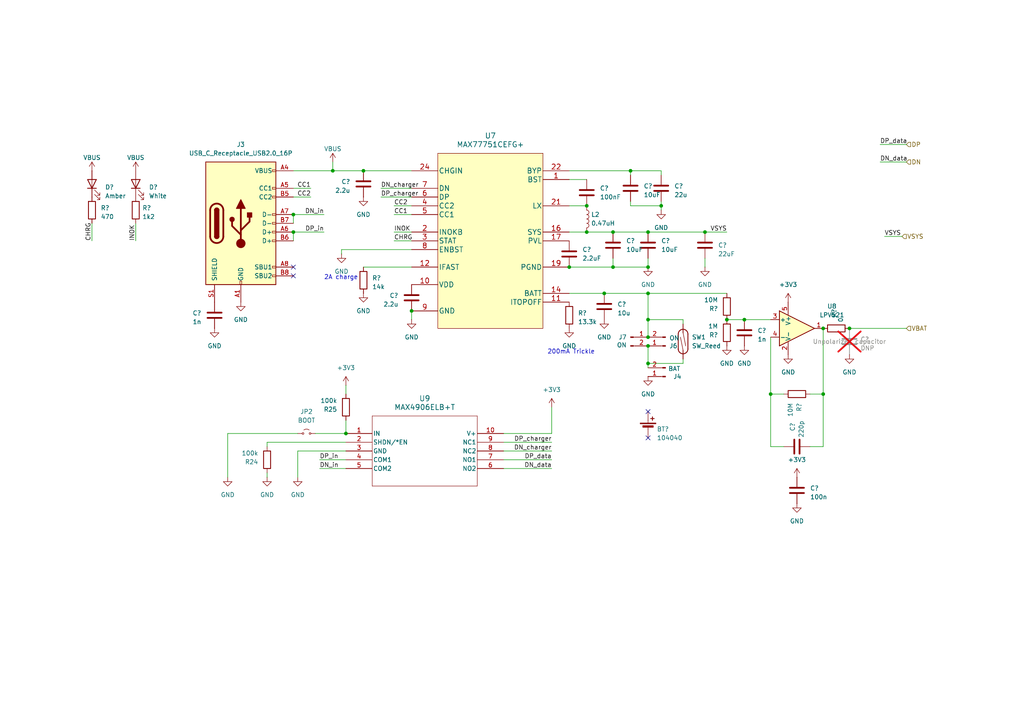
<source format=kicad_sch>
(kicad_sch (version 20250114) (generator "eeschema") (generator_version "9.0")
  (paper "A4")
  (lib_symbols
    (symbol "Connector:Conn_01x02_Pin" (pin_names (offset 1.016) (hide yes))
      (property "Reference" "J" (at 0 2.54 0))
      (property "Value" "Conn_01x02_Pin" (at 0 -5.08 0))
      (symbol "Conn_01x02_Pin_1_1"
        (rectangle (start 0.8636 0.127) (end 0 -0.127) (stroke (width 0.1524)) (fill (type outline)))
        (rectangle (start 0.8636 -2.413) (end 0 -2.667) (stroke (width 0.1524)) (fill (type outline)))
        (polyline (pts (xy 1.27 0) (xy 0.8636 0)) (stroke (width 0.1524)))
        (polyline (pts (xy 1.27 -2.54) (xy 0.8636 -2.54)) (stroke (width 0.1524)))
        (pin passive line (at 5.08 0 180) (length 3.81) (name "Pin_1") (number "1"))
        (pin passive line (at 5.08 -2.54 180) (length 3.81) (name "Pin_2") (number "2"))
      )
    )
    (symbol "Connector:USB_C_Receptacle_USB2.0_16P" (pin_names (offset 1.016))
      (property "Reference" "J" (at 0 22.225 0))
      (property "Value" "USB_C_Receptacle_USB2.0_16P" (at 0 19.685 0))
      (symbol "USB_C_Receptacle_USB2.0_16P_0_0"
        (rectangle (start -0.254 -17.78) (end 0.254 -16.764))
        (rectangle (start 10.16 15.494) (end 9.144 14.986))
        (rectangle (start 10.16 10.414) (end 9.144 9.906))
        (rectangle (start 10.16 7.874) (end 9.144 7.366))
        (rectangle (start 10.16 2.794) (end 9.144 2.286))
        (rectangle (start 10.16 0.254) (end 9.144 -0.254))
        (rectangle (start 10.16 -2.286) (end 9.144 -2.794))
        (rectangle (start 10.16 -4.826) (end 9.144 -5.334))
        (rectangle (start 10.16 -12.446) (end 9.144 -12.954))
        (rectangle (start 10.16 -14.986) (end 9.144 -15.494))
      )
      (symbol "USB_C_Receptacle_USB2.0_16P_0_1"
        (rectangle (start -10.16 17.78) (end 10.16 -17.78) (stroke (width 0.254)) (fill (type background)))
        (polyline (pts (xy -8.89 -3.81) (xy -8.89 3.81)) (stroke (width 0.508)))
        (rectangle (start -7.62 -3.81) (end -6.35 3.81) (stroke (width 0.254)) (fill (type outline)))
        (arc (start -7.62 3.81) (mid -6.985 4.4423) (end -6.35 3.81) (stroke (width 0.254)))
        (arc (start -7.62 3.81) (mid -6.985 4.4423) (end -6.35 3.81) (stroke (width 0.254)) (fill (type outline)))
        (arc (start -8.89 3.81) (mid -6.985 5.7067) (end -5.08 3.81) (stroke (width 0.508)))
        (arc (start -5.08 -3.81) (mid -6.985 -5.7067) (end -8.89 -3.81) (stroke (width 0.508)))
        (arc (start -6.35 -3.81) (mid -6.985 -4.4423) (end -7.62 -3.81) (stroke (width 0.254)))
        (arc (start -6.35 -3.81) (mid -6.985 -4.4423) (end -7.62 -3.81) (stroke (width 0.254)) (fill (type outline)))
        (polyline (pts (xy -5.08 3.81) (xy -5.08 -3.81)) (stroke (width 0.508)))
        (circle (center -2.54 1.143) (radius 0.635) (stroke (width 0.254)) (fill (type outline)))
        (polyline (pts (xy -1.27 4.318) (xy 0 6.858) (xy 1.27 4.318) (xy -1.27 4.318)) (stroke (width 0.254)) (fill (type outline)))
        (polyline (pts (xy 0 -2.032) (xy 2.54 0.508) (xy 2.54 1.778)) (stroke (width 0.508)))
        (polyline (pts (xy 0 -3.302) (xy -2.54 -0.762) (xy -2.54 0.508)) (stroke (width 0.508)))
        (polyline (pts (xy 0 -5.842) (xy 0 4.318)) (stroke (width 0.508)))
        (circle (center 0 -5.842) (radius 1.27) (fill (type outline)))
        (rectangle (start 1.905 1.778) (end 3.175 3.048) (stroke (width 0.254)) (fill (type outline)))
      )
      (symbol "USB_C_Receptacle_USB2.0_16P_1_1"
        (pin passive line (at -7.62 -22.86 90) (length 5.08) (name "SHIELD") (number "S1"))
        (pin passive line (at 0 -22.86 90) (length 5.08) (name "GND") (number "A1"))
        (pin passive line (at 0 -22.86 90) (length 5.08) (hide yes) (name "GND") (number "A12"))
        (pin passive line (at 0 -22.86 90) (length 5.08) (hide yes) (name "GND") (number "B1"))
        (pin passive line (at 0 -22.86 90) (length 5.08) (hide yes) (name "GND") (number "B12"))
        (pin passive line (at 15.24 15.24 180) (length 5.08) (name "VBUS") (number "A4"))
        (pin passive line (at 15.24 15.24 180) (length 5.08) (hide yes) (name "VBUS") (number "A9"))
        (pin passive line (at 15.24 15.24 180) (length 5.08) (hide yes) (name "VBUS") (number "B4"))
        (pin passive line (at 15.24 15.24 180) (length 5.08) (hide yes) (name "VBUS") (number "B9"))
        (pin bidirectional line (at 15.24 10.16 180) (length 5.08) (name "CC1") (number "A5"))
        (pin bidirectional line (at 15.24 7.62 180) (length 5.08) (name "CC2") (number "B5"))
        (pin bidirectional line (at 15.24 2.54 180) (length 5.08) (name "D-") (number "A7"))
        (pin bidirectional line (at 15.24 0 180) (length 5.08) (name "D-") (number "B7"))
        (pin bidirectional line (at 15.24 -2.54 180) (length 5.08) (name "D+") (number "A6"))
        (pin bidirectional line (at 15.24 -5.08 180) (length 5.08) (name "D+") (number "B6"))
        (pin bidirectional line (at 15.24 -12.7 180) (length 5.08) (name "SBU1") (number "A8"))
        (pin bidirectional line (at 15.24 -15.24 180) (length 5.08) (name "SBU2") (number "B8"))
      )
    )
    (symbol "Device:Battery_Cell" (pin_numbers (hide yes)) (pin_names (offset 0) (hide yes))
      (property "Reference" "BT" (at 2.54 2.54 0))
      (property "Value" "Battery_Cell" (at 2.54 0 0))
      (symbol "Battery_Cell_0_1"
        (rectangle (start -2.286 1.778) (end 2.286 1.524) (fill (type outline)))
        (rectangle (start -1.524 1.016) (end 1.524 0.508) (fill (type outline)))
        (polyline (pts (xy 0 1.778) (xy 0 2.54)))
        (polyline (pts (xy 0 0.762) (xy 0 0)))
        (polyline (pts (xy 0.762 3.048) (xy 1.778 3.048)) (stroke (width 0.254)))
        (polyline (pts (xy 1.27 3.556) (xy 1.27 2.54)) (stroke (width 0.254)))
      )
      (symbol "Battery_Cell_1_1"
        (pin passive line (at 0 5.08 270) (length 2.54) (name "+") (number "1"))
        (pin passive line (at 0 -2.54 90) (length 2.54) (name "-") (number "2"))
      )
    )
    (symbol "Device:C" (pin_numbers (hide yes)) (pin_names (offset 0.254))
      (property "Reference" "C" (at 0.635 2.54 0))
      (property "Value" "C" (at 0.635 -2.54 0))
      (symbol "C_0_1"
        (polyline (pts (xy -2.032 0.762) (xy 2.032 0.762)) (stroke (width 0.508)))
        (polyline (pts (xy -2.032 -0.762) (xy 2.032 -0.762)) (stroke (width 0.508)))
      )
      (symbol "C_1_1"
        (pin passive line (at 0 3.81 270) (length 2.794) (name "~") (number "1"))
        (pin passive line (at 0 -3.81 90) (length 2.794) (name "~") (number "2"))
      )
    )
    (symbol "Device:L" (pin_numbers (hide yes)) (pin_names (offset 1.016) (hide yes))
      (property "Reference" "L" (at -1.27 0 90))
      (property "Value" "L" (at 1.905 0 90))
      (symbol "L_0_1"
        (arc (start 0 2.54) (mid 0.6323 1.905) (end 0 1.27))
        (arc (start 0 1.27) (mid 0.6323 0.635) (end 0 0))
        (arc (start 0 0) (mid 0.6323 -0.635) (end 0 -1.27))
        (arc (start 0 -1.27) (mid 0.6323 -1.905) (end 0 -2.54))
      )
      (symbol "L_1_1"
        (pin passive line (at 0 3.81 270) (length 1.27) (name "1") (number "1"))
        (pin passive line (at 0 -3.81 90) (length 1.27) (name "2") (number "2"))
      )
    )
    (symbol "Device:LED" (pin_numbers (hide yes)) (pin_names (offset 1.016) (hide yes))
      (property "Reference" "D" (at 0 2.54 0))
      (property "Value" "LED" (at 0 -2.54 0))
      (symbol "LED_0_1"
        (polyline (pts (xy -3.048 -0.762) (xy -4.572 -2.286) (xy -3.81 -2.286) (xy -4.572 -2.286) (xy -4.572 -1.524)))
        (polyline (pts (xy -1.778 -0.762) (xy -3.302 -2.286) (xy -2.54 -2.286) (xy -3.302 -2.286) (xy -3.302 -1.524)))
        (polyline (pts (xy -1.27 0) (xy 1.27 0)))
        (polyline (pts (xy -1.27 -1.27) (xy -1.27 1.27)) (stroke (width 0.254)))
        (polyline (pts (xy 1.27 -1.27) (xy 1.27 1.27) (xy -1.27 0) (xy 1.27 -1.27)) (stroke (width 0.254)))
      )
      (symbol "LED_1_1"
        (pin passive line (at -3.81 0 0) (length 2.54) (name "K") (number "1"))
        (pin passive line (at 3.81 0 180) (length 2.54) (name "A") (number "2"))
      )
    )
    (symbol "Device:R" (pin_numbers (hide yes)) (pin_names (offset 0))
      (property "Reference" "R" (at 2.032 0 90))
      (property "Value" "R" (at 0 0 90))
      (symbol "R_0_1"
        (rectangle (start -1.016 -2.54) (end 1.016 2.54) (stroke (width 0.254)))
      )
      (symbol "R_1_1"
        (pin passive line (at 0 3.81 270) (length 1.27) (name "~") (number "1"))
        (pin passive line (at 0 -3.81 90) (length 1.27) (name "~") (number "2"))
      )
    )
    (symbol "Jumper:Jumper_2_Small_Open" (pin_numbers (hide yes)) (pin_names (offset 0) (hide yes))
      (property "Reference" "JP" (at 0 2.794 0))
      (property "Value" "Jumper_2_Small_Open" (at 0 -2.286 0))
      (symbol "Jumper_2_Small_Open_0_0"
        (circle (center -1.016 0) (radius 0.254))
        (circle (center 1.016 0) (radius 0.254))
      )
      (symbol "Jumper_2_Small_Open_0_1"
        (arc (start -0.762 1.0196) (mid 0 1.2729) (end 0.762 1.0196))
      )
      (symbol "Jumper_2_Small_Open_1_1"
        (pin passive line (at -2.54 0 0) (length 1.27) (name "A") (number "1"))
        (pin passive line (at 2.54 0 180) (length 1.27) (name "B") (number "2"))
      )
    )
    (symbol "Switch:SW_Reed" (pin_numbers (hide yes)) (pin_names (offset 0) (hide yes))
      (property "Reference" "SW" (at 0 2.54 0))
      (property "Value" "SW_Reed" (at 0 -2.54 0))
      (symbol "SW_Reed_0_0"
        (polyline (pts (xy -2.54 0) (xy 1.27 0.762)))
        (polyline (pts (xy -2.159 -1.397) (xy 2.286 -1.397)) (stroke (width 0.254)))
        (arc (start -2.159 -1.397) (mid -3.55 0) (end -2.159 1.397) (stroke (width 0.254)))
        (arc (start 2.159 1.397) (mid 3.55 0) (end 2.159 -1.397) (stroke (width 0.254)))
        (polyline (pts (xy 2.159 1.397) (xy -2.159 1.397)) (stroke (width 0.254)))
        (polyline (pts (xy 2.54 0) (xy -1.27 -0.762)))
      )
      (symbol "SW_Reed_1_1"
        (pin passive line (at -5.08 0 0) (length 2.54) (name "1") (number "1"))
        (pin passive line (at 5.08 0 180) (length 2.54) (name "2") (number "2"))
      )
    )
    (symbol "kicad-symbols:LPV521" (pin_names (offset 0.127))
      (property "Reference" "U" (at 0 7.62 0))
      (property "Value" "LPV521" (at 0 5.08 0))
      (symbol "LPV521_0_1"
        (polyline (pts (xy -5.08 5.08) (xy 5.08 0) (xy -5.08 -5.08) (xy -5.08 5.08)) (stroke (width 0.254)) (fill (type background)))
      )
      (symbol "LPV521_1_1"
        (pin input line (at -7.62 2.54 0) (length 2.54) (name "+") (number "3"))
        (pin input line (at -7.62 -2.54 0) (length 2.54) (name "-") (number "4"))
        (pin power_in line (at -2.54 7.62 270) (length 3.81) (name "V+") (number "5"))
        (pin power_in line (at -2.54 -7.62 90) (length 3.81) (name "V-") (number "2"))
        (pin output line (at 7.62 0 180) (length 2.54) (name "~") (number "1"))
      )
    )
    (symbol "kicad-symbols:MAX4906ELB+T" (pin_names (offset 0.254))
      (property "Reference" "U" (at 22.86 10.16 0))
      (property "Value" "MAX4906ELB+T" (at 22.86 7.62 0))
      (symbol "MAX4906ELB+T_0_1"
        (polyline (pts (xy 7.62 5.08) (xy 7.62 -15.24)) (stroke (width 0.127)))
        (polyline (pts (xy 7.62 -15.24) (xy 38.1 -15.24)) (stroke (width 0.127)))
        (polyline (pts (xy 38.1 5.08) (xy 7.62 5.08)) (stroke (width 0.127)))
        (polyline (pts (xy 38.1 -15.24) (xy 38.1 5.08)) (stroke (width 0.127)))
        (pin input line (at 0 0 0) (length 7.62) (name "IN") (number "1"))
        (pin input line (at 0 -2.54 0) (length 7.62) (name "SHDN/*EN") (number "2"))
        (pin power_in line (at 0 -5.08 0) (length 7.62) (name "GND") (number "3"))
        (pin unspecified line (at 0 -7.62 0) (length 7.62) (name "COM1") (number "4"))
        (pin unspecified line (at 0 -10.16 0) (length 7.62) (name "COM2") (number "5"))
        (pin power_in line (at 45.72 0 180) (length 7.62) (name "V+") (number "10"))
        (pin unspecified line (at 45.72 -2.54 180) (length 7.62) (name "NC1") (number "9"))
        (pin unspecified line (at 45.72 -5.08 180) (length 7.62) (name "NC2") (number "8"))
        (pin unspecified line (at 45.72 -7.62 180) (length 7.62) (name "NO1") (number "7"))
        (pin unspecified line (at 45.72 -10.16 180) (length 7.62) (name "NO2") (number "6"))
      )
    )
    (symbol "kicad-symbols:MAX77751xEFG+" (pin_names (offset 0.254))
      (property "Reference" "U" (at 2.54 30.48 0))
      (property "Value" "MAX77751CEFG+" (at 10.16 27.94 0))
      (symbol "MAX77751xEFG+_0_1"
        (rectangle (start -15.24 25.4) (end 15.24 -25.4) (fill (type background)))
      )
      (symbol "MAX77751xEFG+_1_1"
        (pin power_out line (at -22.86 20.32 0) (length 7.62) (hide yes) (name "CHGIN") (number "23"))
        (pin power_in line (at -22.86 20.32 0) (length 7.62) (name "CHGIN") (number "24"))
        (pin unspecified line (at -22.86 15.24 0) (length 7.62) (name "DN") (number "7"))
        (pin unspecified line (at -22.86 12.7 0) (length 7.62) (name "DP") (number "6"))
        (pin unspecified line (at -22.86 10.16 0) (length 7.62) (name "CC2") (number "4"))
        (pin unspecified line (at -22.86 7.62 0) (length 7.62) (name "CC1") (number "5"))
        (pin open_collector line (at -22.86 2.54 0) (length 7.62) (name "INOKB") (number "2"))
        (pin open_collector line (at -22.86 0 0) (length 7.62) (name "STAT") (number "3"))
        (pin input line (at -22.86 -2.54 0) (length 7.62) (name "ENBST") (number "8"))
        (pin unspecified line (at -22.86 -7.62 0) (length 7.62) (name "IFAST") (number "12"))
        (pin unspecified line (at -22.86 -12.7 0) (length 7.62) (name "VDD") (number "10"))
        (pin unspecified line (at -22.86 -20.32 0) (length 7.62) (name "GND") (number "9"))
        (pin output line (at 22.86 20.32 180) (length 7.62) (name "BYP") (number "22"))
        (pin unspecified line (at 22.86 17.78 180) (length 7.62) (name "BST") (number "1"))
        (pin unspecified line (at 22.86 10.16 180) (length 7.62) (hide yes) (name "LX") (number "20"))
        (pin unspecified line (at 22.86 10.16 180) (length 7.62) (name "LX") (number "21"))
        (pin power_out line (at 22.86 2.54 180) (length 7.62) (hide yes) (name "SYS") (number "15"))
        (pin power_out line (at 22.86 2.54 180) (length 7.62) (name "SYS") (number "16"))
        (pin output line (at 22.86 0 180) (length 7.62) (name "PVL") (number "17"))
        (pin unspecified line (at 22.86 -7.62 180) (length 7.62) (hide yes) (name "PGND") (number "18"))
        (pin unspecified line (at 22.86 -7.62 180) (length 7.62) (name "PGND") (number "19"))
        (pin unspecified line (at 22.86 -15.24 180) (length 7.62) (hide yes) (name "BATT") (number "13"))
        (pin unspecified line (at 22.86 -15.24 180) (length 7.62) (name "BATT") (number "14"))
        (pin unspecified line (at 22.86 -17.78 180) (length 7.62) (name "ITOPOFF") (number "11"))
      )
    )
    (symbol "power:+3V3" (power) (pin_numbers (hide yes)) (pin_names (offset 0) (hide yes))
      (property "Value" "+3V3" (at 0 3.556 0))
      (symbol "+3V3_0_1"
        (polyline (pts (xy -0.762 1.27) (xy 0 2.54)))
        (polyline (pts (xy 0 2.54) (xy 0.762 1.27)))
        (polyline (pts (xy 0 0) (xy 0 2.54)))
      )
      (symbol "+3V3_1_1"
        (pin power_in line (at 0 0 90) (length 0) (name "~") (number "1"))
      )
    )
    (symbol "power:GND" (power) (pin_numbers (hide yes)) (pin_names (offset 0) (hide yes))
      (property "Value" "GND" (at 0 -3.81 0))
      (symbol "GND_0_1"
        (polyline (pts (xy 0 0) (xy 0 -1.27) (xy 1.27 -1.27) (xy 0 -2.54) (xy -1.27 -1.27) (xy 0 -1.27)))
      )
      (symbol "GND_1_1"
        (pin power_in line (at 0 0 270) (length 0) (name "~") (number "1"))
      )
    )
    (symbol "power:VBUS" (power) (pin_numbers (hide yes)) (pin_names (offset 0) (hide yes))
      (property "Value" "VBUS" (at 0 3.556 0))
      (symbol "VBUS_0_1"
        (polyline (pts (xy -0.762 1.27) (xy 0 2.54)))
        (polyline (pts (xy 0 2.54) (xy 0.762 1.27)))
        (polyline (pts (xy 0 0) (xy 0 2.54)))
      )
      (symbol "VBUS_1_1"
        (pin power_in line (at 0 0 90) (length 0) (name "~") (number "1"))
      )
    )
  )
  (text "200mA Trickle" (at 158.75 102.87 0) (effects (font (size 1.27 1.27)) (justify left bottom)))
  (text "2A charge" (at 93.98 81.28 0) (effects (font (size 1.27 1.27)) (justify left bottom)))
  (junction (at 246.38 95.25))
  (junction (at 238.76 95.25))
  (junction (at 182.88 49.53))
  (junction (at 187.96 100.33))
  (junction (at 96.52 49.53))
  (junction (at 177.8 67.31))
  (junction (at 85.09 62.23))
  (junction (at 105.41 49.53))
  (junction (at 187.96 105.41))
  (junction (at 223.52 114.3))
  (junction (at 204.47 67.31))
  (junction (at 119.38 90.17))
  (junction (at 191.77 59.69))
  (junction (at 177.8 77.47))
  (junction (at 165.1 77.47))
  (junction (at 175.26 85.09))
  (junction (at 170.18 59.69))
  (junction (at 215.9 92.71))
  (junction (at 170.18 67.31))
  (junction (at 187.96 97.79))
  (junction (at 100.33 125.73))
  (junction (at 187.96 85.09))
  (junction (at 85.09 67.31))
  (junction (at 187.96 92.71))
  (junction (at 238.76 114.3))
  (junction (at 210.82 92.71))
  (junction (at 187.96 67.31))
  (junction (at 187.96 77.47))
  (no_connect (at 85.09 80.01))
  (no_connect (at 85.09 77.47))
  (no_connect (at 187.96 127))
  (no_connect (at 187.96 119.38))
  (wire (pts (xy 99.06 72.39) (xy 99.06 73.66)))
  (wire (pts (xy 91.44 125.73) (xy 100.33 125.73)))
  (wire (pts (xy 223.52 129.54) (xy 223.52 114.3)))
  (wire (pts (xy 227.33 114.3) (xy 223.52 114.3)))
  (wire (pts (xy 256.54 68.58) (xy 261.62 68.58)))
  (wire (pts (xy 119.38 62.23) (xy 114.3 62.23)))
  (wire (pts (xy 238.76 129.54) (xy 238.76 114.3)))
  (wire (pts (xy 119.38 59.69) (xy 114.3 59.69)))
  (wire (pts (xy 246.38 95.25) (xy 262.89 95.25)))
  (wire (pts (xy 165.1 52.07) (xy 170.18 52.07)))
  (wire (pts (xy 187.96 77.47) (xy 187.96 74.93)))
  (wire (pts (xy 187.96 85.09) (xy 187.96 92.71)))
  (wire (pts (xy 191.77 49.53) (xy 191.77 50.8)))
  (wire (pts (xy 204.47 67.31) (xy 210.82 67.31)))
  (wire (pts (xy 92.71 133.35) (xy 100.33 133.35)))
  (wire (pts (xy 165.1 67.31) (xy 170.18 67.31)))
  (wire (pts (xy 119.38 72.39) (xy 99.06 72.39)))
  (wire (pts (xy 146.05 130.81) (xy 160.02 130.81)))
  (wire (pts (xy 26.67 69.85) (xy 26.67 64.77)))
  (wire (pts (xy 146.05 133.35) (xy 160.02 133.35)))
  (wire (pts (xy 114.3 69.85) (xy 119.38 69.85)))
  (wire (pts (xy 191.77 58.42) (xy 191.77 59.69)))
  (wire (pts (xy 175.26 85.09) (xy 187.96 85.09)))
  (wire (pts (xy 119.38 54.61) (xy 110.49 54.61)))
  (wire (pts (xy 100.33 111.76) (xy 100.33 114.3)))
  (wire (pts (xy 182.88 58.42) (xy 182.88 59.69)))
  (wire (pts (xy 77.47 138.43) (xy 77.47 137.16)))
  (wire (pts (xy 86.36 125.73) (xy 66.04 125.73)))
  (wire (pts (xy 100.33 130.81) (xy 86.36 130.81)))
  (wire (pts (xy 119.38 57.15) (xy 110.49 57.15)))
  (wire (pts (xy 234.95 114.3) (xy 238.76 114.3)))
  (wire (pts (xy 187.96 92.71) (xy 198.12 92.71)))
  (wire (pts (xy 234.95 129.54) (xy 238.76 129.54)))
  (wire (pts (xy 146.05 128.27) (xy 160.02 128.27)))
  (wire (pts (xy 92.71 135.89) (xy 100.33 135.89)))
  (wire (pts (xy 160.02 125.73) (xy 146.05 125.73)))
  (wire (pts (xy 255.27 41.91) (xy 262.89 41.91)))
  (wire (pts (xy 187.96 105.41) (xy 187.96 106.68)))
  (wire (pts (xy 165.1 49.53) (xy 182.88 49.53)))
  (wire (pts (xy 165.1 59.69) (xy 170.18 59.69)))
  (wire (pts (xy 119.38 67.31) (xy 114.3 67.31)))
  (wire (pts (xy 182.88 59.69) (xy 191.77 59.69)))
  (wire (pts (xy 105.41 77.47) (xy 119.38 77.47)))
  (wire (pts (xy 227.33 129.54) (xy 223.52 129.54)))
  (wire (pts (xy 77.47 128.27) (xy 77.47 129.54)))
  (wire (pts (xy 170.18 67.31) (xy 177.8 67.31)))
  (wire (pts (xy 177.8 74.93) (xy 177.8 77.47)))
  (wire (pts (xy 177.8 77.47) (xy 187.96 77.47)))
  (wire (pts (xy 160.02 118.11) (xy 160.02 125.73)))
  (wire (pts (xy 165.1 85.09) (xy 175.26 85.09)))
  (wire (pts (xy 187.96 92.71) (xy 187.96 97.79)))
  (wire (pts (xy 187.96 67.31) (xy 204.47 67.31)))
  (wire (pts (xy 119.38 92.71) (xy 119.38 90.17)))
  (wire (pts (xy 215.9 92.71) (xy 223.52 92.71)))
  (wire (pts (xy 85.09 67.31) (xy 85.09 69.85)))
  (wire (pts (xy 182.88 49.53) (xy 182.88 50.8)))
  (wire (pts (xy 210.82 92.71) (xy 215.9 92.71)))
  (wire (pts (xy 223.52 97.79) (xy 223.52 114.3)))
  (wire (pts (xy 182.88 49.53) (xy 191.77 49.53)))
  (wire (pts (xy 96.52 46.99) (xy 96.52 49.53)))
  (wire (pts (xy 85.09 54.61) (xy 90.17 54.61)))
  (wire (pts (xy 204.47 74.93) (xy 204.47 77.47)))
  (wire (pts (xy 198.12 104.14) (xy 198.12 105.41)))
  (wire (pts (xy 96.52 49.53) (xy 105.41 49.53)))
  (wire (pts (xy 165.1 77.47) (xy 177.8 77.47)))
  (wire (pts (xy 191.77 59.69) (xy 191.77 60.96)))
  (wire (pts (xy 198.12 92.71) (xy 198.12 93.98)))
  (wire (pts (xy 238.76 95.25) (xy 238.76 114.3)))
  (wire (pts (xy 86.36 130.81) (xy 86.36 138.43)))
  (wire (pts (xy 177.8 67.31) (xy 187.96 67.31)))
  (wire (pts (xy 105.41 49.53) (xy 119.38 49.53)))
  (wire (pts (xy 187.96 85.09) (xy 210.82 85.09)))
  (wire (pts (xy 85.09 67.31) (xy 93.98 67.31)))
  (wire (pts (xy 146.05 135.89) (xy 160.02 135.89)))
  (wire (pts (xy 187.96 100.33) (xy 187.96 105.41)))
  (wire (pts (xy 187.96 105.41) (xy 198.12 105.41)))
  (wire (pts (xy 66.04 125.73) (xy 66.04 138.43)))
  (wire (pts (xy 100.33 128.27) (xy 77.47 128.27)))
  (wire (pts (xy 85.09 49.53) (xy 96.52 49.53)))
  (wire (pts (xy 100.33 121.92) (xy 100.33 125.73)))
  (wire (pts (xy 39.37 64.77) (xy 39.37 69.85)))
  (wire (pts (xy 85.09 57.15) (xy 90.17 57.15)))
  (wire (pts (xy 85.09 62.23) (xy 85.09 64.77)))
  (wire (pts (xy 85.09 62.23) (xy 93.98 62.23)))
  (wire (pts (xy 255.27 46.99) (xy 262.89 46.99)))
  (label "DP_in" (at 93.98 67.31 180))
  (label "DP_data" (at 160.02 133.35 180))
  (label "INOK" (at 39.37 69.85 90))
  (label "DP_charger" (at 160.02 128.27 180))
  (label "DN_in" (at 93.98 62.23 180))
  (label "DN_data" (at 160.02 135.89 180))
  (label "CC1" (at 90.17 54.61 180))
  (label "CC1" (at 114.3 62.23 0))
  (label "DN_data" (at 255.27 46.99 0))
  (label "CC2" (at 90.17 57.15 180))
  (label "DN_in" (at 92.71 135.89 0))
  (label "VSYS" (at 256.54 68.58 0))
  (label "CC2" (at 114.3 59.69 0))
  (label "DN_charger" (at 160.02 130.81 180))
  (label "INOK" (at 114.3 67.31 0))
  (label "DN_charger" (at 110.49 54.61 0))
  (label "CHRG" (at 26.67 69.85 90))
  (label "VSYS" (at 210.82 67.31 180))
  (label "DP_data" (at 255.27 41.91 0))
  (label "CHRG" (at 114.3 69.85 0))
  (label "DP_charger" (at 110.49 57.15 0))
  (label "DP_in" (at 92.71 133.35 0))
  (hierarchical_label "DN" (shape input) (at 262.89 46.99 0))
  (hierarchical_label "VSYS" (shape input) (at 261.62 68.58 0))
  (hierarchical_label "DP" (shape input) (at 262.89 41.91 0))
  (hierarchical_label "VBAT" (shape input) (at 262.89 95.25 0))
  (symbol (lib_id "Device:C") (at 175.26 88.9 0) (unit 1)
    (property "Reference" "C26" (at 179.07 88.265 0) (effects (justify left)))
    (property "Value" "10u" (at 179.07 90.805 0) (effects (justify left)))
    (property "Footprint" "Capacitor_SMD:C_0805_2012Metric" (effects (hide yes)))
    (property "Description" "Unpolarized capacitor" (effects (hide yes)))
    (property "Voltage" "16" (effects (hide yes)))
    (property "Mouser" "187-CL21A106KOQNNNE" (effects (hide yes)))
    (instances (project "BatteryBank" (path "" (reference "C?") (unit 1))) (project "Base" (path "" (reference "C?") (unit 1)) (path "" (reference "C12") (unit 1))) (project "pebble" (path "" (reference "C26") (unit 1))))
  )
  (symbol (lib_id "Device:Battery_Cell") (at 187.96 124.46 0) (unit 1) (on_board no)
    (property "Reference" "BT1" (at 190.5 124.46 0) (effects (justify left)))
    (property "Value" "104040" (at 190.5 127 0) (effects (justify left)))
    (property "Footprint" "Connector_JST:JST_PH_S2B-PH-SM4-TB_1x02-1MP_P2.00mm_Horizontal" (effects (hide yes)))
    (property "Description" "Single-cell battery" (effects (hide yes)))
    (instances (project "BatteryBank" (path "" (reference "BT?") (unit 1))) (project "Base" (path "" (reference "BT?") (unit 1)) (path "" (reference "BT1") (unit 1))) (project "pebble" (path "" (reference "BT1") (unit 1))))
  )
  (symbol (lib_id "Device:R") (at 77.47 133.35 180) (unit 1)
    (property "Reference" "R24" (at 74.93 133.985 0) (effects (justify left)))
    (property "Value" "100k" (at 74.93 131.445 0) (effects (justify left)))
    (property "Footprint" "Resistor_SMD:R_0402_1005Metric" (effects (hide yes)))
    (property "Description" "Resistor" (effects (hide yes)))
    (property "Mouser" "603-AC0402FR-071ML" (effects (hide yes)))
  )
  (symbol (lib_id "power:GND") (at 191.77 60.96 0) (unit 1)
    (property "Reference" "#PWR0196" (effects (hide yes)))
    (property "Value" "GND" (at 191.77 66.04 0))
    (property "Description" "Power symbol creates a global label with name \"GND\" , ground" (effects (hide yes)))
  )
  (symbol (lib_id "Device:R") (at 210.82 88.9 180) (unit 1)
    (property "Reference" "R18" (at 208.28 89.535 0) (effects (justify left)))
    (property "Value" "10M" (at 208.28 86.995 0) (effects (justify left)))
    (property "Footprint" "Resistor_SMD:R_0402_1005Metric" (effects (hide yes)))
    (property "Description" "Resistor" (effects (hide yes)))
    (property "Mouser" "603-AC0402FR-0710ML" (effects (hide yes)))
    (instances (project "BatteryBank" (path "" (reference "R?") (unit 1))) (project "Base" (path "" (reference "R?") (unit 1)) (path "" (reference "R9") (unit 1))) (project "pebble" (path "" (reference "R18") (unit 1))))
  )
  (symbol (lib_id "Device:LED") (at 39.37 53.34 90) (unit 1)
    (property "Reference" "D74" (at 43.18 54.2925 90) (effects (justify right)))
    (property "Value" "White" (at 43.18 56.8325 90) (effects (justify right)))
    (property "Footprint" "LED_SMD:LED_0603_1608Metric" (effects (hide yes)))
    (property "Description" "Light emitting diode" (effects (hide yes)))
    (property "Mouser" "78-VLMW1300-GS08" (effects (hide yes)))
    (property "Sim.Pins" "1=K 2=A" (effects (hide yes)))
    (instances (project "BatteryBank" (path "" (reference "D?") (unit 1))) (project "Base" (path "" (reference "D?") (unit 1)) (path "" (reference "D3") (unit 1))) (project "pebble" (path "" (reference "D74") (unit 1))))
  )
  (symbol (lib_id "kicad-symbols:LPV521") (at 231.14 95.25 0) (unit 1)
    (property "Reference" "U8" (at 241.3 88.8298 0))
    (property "Value" "LPV521" (at 241.3 91.3698 0))
    (property "Footprint" "Package_TO_SOT_SMD:SOT-23-5" (effects (hide yes)))
    (property "Datasheet" "https://www.ti.com/lit/ds/symlink/lpv521.pdf" (effects (hide yes)))
    (property "Description" "Low Power Single Operational Amplifier, SOT-23-5" (effects (hide yes)))
    (property "LCSC Part #" "C779403" (effects (hide yes)))
  )
  (symbol (lib_id "power:VBUS") (at 26.67 49.53 0) (unit 1)
    (property "Reference" "#PWR0183" (effects (hide yes)))
    (property "Value" "VBUS" (at 26.67 45.72 0))
    (property "Description" "Power symbol creates a global label with name \"VBUS\"" (effects (hide yes)))
    (instances (project "BatteryBank" (path "" (reference "#PWR?") (unit 1))) (project "Base" (path "" (reference "#PWR?") (unit 1)) (path "" (reference "#PWR06") (unit 1))) (project "pebble" (path "" (reference "#PWR0183") (unit 1))))
  )
  (symbol (lib_id "power:GND") (at 86.36 138.43 0) (unit 1)
    (property "Reference" "#PWR0208" (effects (hide yes)))
    (property "Value" "GND" (at 86.36 143.51 0))
    (property "Description" "Power symbol creates a global label with name \"GND\" , ground" (effects (hide yes)))
  )
  (symbol (lib_id "power:GND") (at 62.23 95.25 0) (unit 1)
    (property "Reference" "#PWR0185" (effects (hide yes)))
    (property "Value" "GND" (at 62.23 100.33 0))
    (property "Description" "Power symbol creates a global label with name \"GND\" , ground" (effects (hide yes)))
  )
  (symbol (lib_id "Device:C") (at 246.38 99.06 0) (unit 1) (dnp yes)
    (property "Reference" "C35" (at 249.555 98.425 0) (effects (justify left)))
    (property "Value" "DNP" (at 249.555 100.965 0) (effects (justify left)))
    (property "Footprint" "Capacitor_SMD:C_0402_1005Metric" (effects (hide yes)))
    (property "Description" "Unpolarized capacitor" (at 246.38 99.06 0))
    (property "Voltage" "25V" (effects (hide yes)))
    (instances (project "BatteryBank" (path "" (reference "C?") (unit 1))) (project "Base" (path "" (reference "C?") (unit 1)) (path "" (reference "C19") (unit 1))) (project "pebble" (path "" (reference "C35") (unit 1))))
  )
  (symbol (lib_id "power:GND") (at 77.47 138.43 0) (unit 1)
    (property "Reference" "#PWR0209" (effects (hide yes)))
    (property "Value" "GND" (at 77.47 143.51 0))
    (property "Description" "Power symbol creates a global label with name \"GND\" , ground" (effects (hide yes)))
  )
  (symbol (lib_id "Device:R") (at 231.14 114.3 270) (unit 1)
    (property "Reference" "R20" (at 231.775 116.84 0) (effects (justify left)))
    (property "Value" "10M" (at 229.235 116.84 0) (effects (justify left)))
    (property "Footprint" "Resistor_SMD:R_0402_1005Metric" (effects (hide yes)))
    (property "Description" "Resistor" (effects (hide yes)))
    (property "Mouser" "603-AC0402FR-0710ML" (effects (hide yes)))
    (instances (project "BatteryBank" (path "" (reference "R?") (unit 1))) (project "Base" (path "" (reference "R?") (unit 1)) (path "" (reference "R11") (unit 1))) (project "pebble" (path "" (reference "R20") (unit 1))))
  )
  (symbol (lib_id "Device:C") (at 204.47 71.12 0) (unit 1)
    (property "Reference" "C31" (at 208.28 71.12 0) (effects (justify left)))
    (property "Value" "22uF" (at 208.28 73.66 0) (effects (justify left)))
    (property "Footprint" "Capacitor_SMD:C_0805_2012Metric" (effects (hide yes)))
    (property "Description" "Unpolarized capacitor" (effects (hide yes)))
    (property "Voltage" "16" (effects (hide yes)))
    (property "Mouser" "187-CL21A226MOQNNNE" (effects (hide yes)))
    (instances (project "BatteryBank" (path "" (reference "C?") (unit 1))) (project "Base" (path "" (reference "C?") (unit 1)) (path "" (reference "C16") (unit 1))) (project "pebble" (path "" (reference "C31") (unit 1))))
  )
  (symbol (lib_id "Connector:Conn_01x02_Pin") (at 193.04 109.22 180) (unit 1)
    (property "Reference" "J4" (at 196.469 109.22 0))
    (property "Value" "BAT" (at 195.58 106.934 0))
    (property "Footprint" "Connector_PinHeader_1.27mm:PinHeader_1x02_P1.27mm_Vertical" (effects (hide yes)))
    (property "Description" "Generic connector, single row, 01x02, script generated" (effects (hide yes)))
  )
  (symbol (lib_id "Device:C") (at 182.88 54.61 0) (unit 1)
    (property "Reference" "C28" (at 186.69 53.975 0) (effects (justify left)))
    (property "Value" "10uF" (at 186.69 56.515 0) (effects (justify left)))
    (property "Footprint" "Capacitor_SMD:C_0805_2012Metric" (effects (hide yes)))
    (property "Description" "Unpolarized capacitor" (effects (hide yes)))
    (property "Voltage" "16" (effects (hide yes)))
    (property "Mouser" "187-CL21A106KOQNNNE" (effects (hide yes)))
    (instances (project "BatteryBank" (path "" (reference "C?") (unit 1))) (project "Base" (path "" (reference "C?") (unit 1)) (path "" (reference "C10") (unit 1))) (project "pebble" (path "" (reference "C28") (unit 1))))
  )
  (symbol (lib_id "Device:R") (at 165.1 91.44 0) (unit 1)
    (property "Reference" "R17" (at 167.64 90.805 0) (effects (justify left)))
    (property "Value" "13.3k" (at 167.64 93.345 0) (effects (justify left)))
    (property "Footprint" "Resistor_SMD:R_0402_1005Metric" (effects (hide yes)))
    (property "Description" "Resistor" (effects (hide yes)))
    (property "Mouser" "603-RC0402FR-0713K3L" (effects (hide yes)))
    (instances (project "BatteryBank" (path "" (reference "R?") (unit 1))) (project "Base" (path "" (reference "R?") (unit 1)) (path "" (reference "R8") (unit 1))) (project "pebble" (path "" (reference "R17") (unit 1))))
  )
  (symbol (lib_id "power:GND") (at 187.96 109.22 0) (unit 1)
    (property "Reference" "#PWR0195" (effects (hide yes)))
    (property "Value" "GND" (at 187.96 114.3 0))
    (property "Description" "Power symbol creates a global label with name \"GND\" , ground" (effects (hide yes)))
  )
  (symbol (lib_id "Device:C") (at 105.41 53.34 0) (mirror y) (unit 1)
    (property "Reference" "C22" (at 101.6 52.705 0) (effects (justify left)))
    (property "Value" "2.2u" (at 101.6 55.245 0) (effects (justify left)))
    (property "Footprint" "Capacitor_SMD:C_0402_1005Metric" (effects (hide yes)))
    (property "Description" "Unpolarized capacitor" (effects (hide yes)))
    (property "Voltage" "16" (effects (hide yes)))
    (property "Mouser" "346-CM05X5R225M16AH" (effects (hide yes)))
    (instances (project "BatteryBank" (path "" (reference "C?") (unit 1))) (project "Base" (path "" (reference "C?") (unit 1)) (path "" (reference "C5") (unit 1))) (project "pebble" (path "" (reference "C22") (unit 1))))
  )
  (symbol (lib_id "Device:C") (at 231.14 129.54 270) (unit 1)
    (property "Reference" "C33" (at 229.87 123.825 0))
    (property "Value" "220p" (at 232.41 124.46 0))
    (property "Footprint" "Capacitor_SMD:C_0402_1005Metric" (effects (hide yes)))
    (property "Description" "Unpolarized capacitor" (effects (hide yes)))
    (property "Voltage" "25V" (effects (hide yes)))
    (instances (project "BatteryBank" (path "" (reference "C?") (unit 1))) (project "Base" (path "" (reference "C?") (unit 1)) (path "" (reference "C18") (unit 1))) (project "pebble" (path "" (reference "C33") (unit 1))))
  )
  (symbol (lib_id "power:GND") (at 105.41 85.09 0) (unit 1)
    (property "Reference" "#PWR0190" (effects (hide yes)))
    (property "Value" "GND" (at 105.41 90.17 0))
    (property "Description" "Power symbol creates a global label with name \"GND\" , ground" (effects (hide yes)))
  )
  (symbol (lib_id "power:VBUS") (at 96.52 46.99 0) (unit 1)
    (property "Reference" "#PWR0187" (effects (hide yes)))
    (property "Value" "VBUS" (at 96.52 43.18 0))
    (property "Description" "Power symbol creates a global label with name \"VBUS\"" (effects (hide yes)))
    (instances (project "BatteryBank" (path "" (reference "#PWR?") (unit 1))) (project "Base" (path "" (reference "#PWR?") (unit 1)) (path "" (reference "#PWR010") (unit 1))) (project "pebble" (path "" (reference "#PWR0187") (unit 1))))
  )
  (symbol (lib_id "Device:LED") (at 26.67 53.34 90) (unit 1)
    (property "Reference" "D73" (at 30.48 54.2925 90) (effects (justify right)))
    (property "Value" "Amber" (at 30.48 56.8325 90) (effects (justify right)))
    (property "Footprint" "LED_SMD:LED_0603_1608Metric" (effects (hide yes)))
    (property "Description" "Light emitting diode" (effects (hide yes)))
    (property "Mouser" "710-150060AS75000" (effects (hide yes)))
    (property "Sim.Pins" "1=K 2=A" (effects (hide yes)))
    (instances (project "BatteryBank" (path "" (reference "D?") (unit 1))) (project "Base" (path "" (reference "D?") (unit 1)) (path "" (reference "D2") (unit 1))) (project "pebble" (path "" (reference "D73") (unit 1))))
  )
  (symbol (lib_id "power:GND") (at 175.26 92.71 0) (unit 1)
    (property "Reference" "#PWR0193" (effects (hide yes)))
    (property "Value" "GND" (at 175.26 97.79 0))
    (property "Description" "Power symbol creates a global label with name \"GND\" , ground" (effects (hide yes)))
  )
  (symbol (lib_id "Jumper:Jumper_2_Small_Open") (at 88.9 125.73 0) (unit 1)
    (property "Reference" "JP2" (at 88.9 119.38 0))
    (property "Value" "BOOT" (at 88.9 121.92 0))
    (property "Footprint" "TestPoint:TestPoint_2Pads_Pitch2.54mm_Drill0.8mm" (effects (hide yes)))
    (property "Description" "Jumper, 2-pole, small symbol, open" (effects (hide yes)))
  )
  (symbol (lib_id "Switch:SW_Reed") (at 198.12 99.06 270) (unit 1)
    (property "Reference" "SW1" (at 200.66 97.7899 90) (effects (justify left)))
    (property "Value" "SW_Reed" (at 200.66 100.3299 90) (effects (justify left)))
    (property "Footprint" "kicad-symbols:59170-1-S-00-D" (effects (hide yes)))
    (property "Description" "reed switch" (effects (hide yes)))
    (property "LCSC Part #" "C315909" (effects (hide yes)))
  )
  (symbol (lib_id "kicad-symbols:MAX77751xEFG+") (at 142.24 69.85 0) (unit 1)
    (property "Reference" "U7" (at 142.24 39.37 0) (effects (font (size 1.524 1.524))))
    (property "Value" "MAX77751CEFG+" (at 142.24 41.91 0) (effects (font (size 1.524 1.524))))
    (property "Footprint" "kicad-symbols:MAX77751CEFG+" (effects (hide yes)))
    (property "Datasheet" "https://www.analog.com/media/en/technical-documentation/data-sheets/MAX77751.pdf" (effects (hide yes)))
    (property "Description" "3.15A USB Type-C Autonomous Charger for 1-Cell Li+ Batteries" (effects (hide yes)))
    (property "LCSC Part #" "C2908590" (effects (hide yes)))
  )
  (symbol (lib_id "Connector:Conn_01x02_Pin") (at 193.04 100.33 180) (unit 1)
    (property "Reference" "J6" (at 195.326 100.33 0))
    (property "Value" "ON" (at 195.58 98.044 0))
    (property "Footprint" "Connector_PinHeader_1.27mm:PinHeader_1x02_P1.27mm_Vertical" (effects (hide yes)))
    (property "Description" "Generic connector, single row, 01x02, script generated" (effects (hide yes)))
  )
  (symbol (lib_id "power:GND") (at 119.38 92.71 0) (unit 1)
    (property "Reference" "#PWR0191" (effects (hide yes)))
    (property "Value" "GND" (at 119.38 97.79 0))
    (property "Description" "Power symbol creates a global label with name \"GND\" , ground" (effects (hide yes)))
  )
  (symbol (lib_id "Device:R") (at 100.33 118.11 180) (unit 1)
    (property "Reference" "R25" (at 97.79 118.745 0) (effects (justify left)))
    (property "Value" "100k" (at 97.79 116.205 0) (effects (justify left)))
    (property "Footprint" "Resistor_SMD:R_0402_1005Metric" (effects (hide yes)))
    (property "Description" "Resistor" (effects (hide yes)))
    (property "Mouser" "603-AC0402FR-071ML" (effects (hide yes)))
  )
  (symbol (lib_id "power:VBUS") (at 39.37 49.53 0) (unit 1)
    (property "Reference" "#PWR0184" (effects (hide yes)))
    (property "Value" "VBUS" (at 39.37 45.72 0))
    (property "Description" "Power symbol creates a global label with name \"VBUS\"" (effects (hide yes)))
    (instances (project "BatteryBank" (path "" (reference "#PWR?") (unit 1))) (project "Base" (path "" (reference "#PWR?") (unit 1)) (path "" (reference "#PWR07") (unit 1))) (project "pebble" (path "" (reference "#PWR0184") (unit 1))))
  )
  (symbol (lib_id "power:+3V3") (at 231.14 138.43 0) (unit 1)
    (property "Reference" "#PWR0202" (effects (hide yes)))
    (property "Value" "+3V3" (at 231.14 133.35 0))
    (property "Description" "Power symbol creates a global label with name \"+3V3\"" (effects (hide yes)))
  )
  (symbol (lib_id "Device:C") (at 62.23 91.44 0) (mirror y) (unit 1)
    (property "Reference" "C21" (at 58.42 90.805 0) (effects (justify left)))
    (property "Value" "1n" (at 58.42 93.345 0) (effects (justify left)))
    (property "Footprint" "Capacitor_SMD:C_1206_3216Metric" (effects (hide yes)))
    (property "Description" "Unpolarized capacitor" (effects (hide yes)))
    (property "Mouser" "80-C1206C102KGR" (effects (hide yes)))
    (property "Voltage" "2000" (effects (hide yes)))
    (instances (project "BatteryBank" (path "" (reference "C?") (unit 1))) (project "Base" (path "" (reference "C?") (unit 1)) (path "" (reference "C4") (unit 1))) (project "pebble" (path "" (reference "C21") (unit 1))))
  )
  (symbol (lib_id "Device:R") (at 210.82 96.52 180) (unit 1)
    (property "Reference" "R19" (at 208.28 97.155 0) (effects (justify left)))
    (property "Value" "1M" (at 208.28 94.615 0) (effects (justify left)))
    (property "Footprint" "Resistor_SMD:R_0402_1005Metric" (effects (hide yes)))
    (property "Description" "Resistor" (effects (hide yes)))
    (property "Mouser" "603-AC0402FR-071ML" (effects (hide yes)))
    (instances (project "BatteryBank" (path "" (reference "R?") (unit 1))) (project "Base" (path "" (reference "R?") (unit 1)) (path "" (reference "R10") (unit 1))) (project "pebble" (path "" (reference "R19") (unit 1))))
  )
  (symbol (lib_id "Device:C") (at 165.1 73.66 0) (unit 1)
    (property "Reference" "C24" (at 168.91 72.3899 0) (effects (justify left)))
    (property "Value" "2.2uF" (at 168.91 74.9299 0) (effects (justify left)))
    (property "Footprint" "Capacitor_SMD:C_0402_1005Metric" (effects (hide yes)))
    (property "Description" "Unpolarized capacitor" (effects (hide yes)))
    (property "Voltage" "16" (effects (hide yes)))
    (property "Mouser" "346-CM05X5R225M16AH" (effects (hide yes)))
    (instances (project "BatteryBank" (path "" (reference "C?") (unit 1))) (project "Base" (path "" (reference "C?") (unit 1)) (path "" (reference "C8") (unit 1))) (project "pebble" (path "" (reference "C24") (unit 1))))
  )
  (symbol (lib_id "kicad-symbols:MAX4906ELB+T") (at 100.33 125.73 0) (unit 1)
    (property "Reference" "U9" (at 123.19 115.57 0) (effects (font (size 1.524 1.524))))
    (property "Value" "MAX4906ELB+T" (at 123.19 118.11 0) (effects (font (size 1.524 1.524))))
    (property "Footprint" "kicad-symbols:21-0164_L1022&plus_1_MXM" (effects (hide yes)))
    (property "Datasheet" "MAX4906ELB+T" (effects (hide yes)))
    (property "LCSC Part #" "C2150885" (effects (hide yes)))
  )
  (symbol (lib_id "power:GND") (at 246.38 102.87 0) (unit 1)
    (property "Reference" "#PWR0204" (effects (hide yes)))
    (property "Value" "GND" (at 246.38 107.95 0))
    (property "Description" "Power symbol creates a global label with name \"GND\" , ground" (effects (hide yes)))
  )
  (symbol (lib_id "power:GND") (at 165.1 95.25 0) (unit 1)
    (property "Reference" "#PWR0192" (effects (hide yes)))
    (property "Value" "GND" (at 165.1 100.33 0))
    (property "Description" "Power symbol creates a global label with name \"GND\" , ground" (effects (hide yes)))
  )
  (symbol (lib_id "Connector:USB_C_Receptacle_USB2.0_16P") (at 69.85 64.77 0) (unit 1)
    (property "Reference" "J3" (at 69.85 41.91 0))
    (property "Value" "USB_C_Receptacle_USB2.0_16P" (at 69.85 44.45 0))
    (property "Footprint" "Connector_USB:USB_C_Receptacle_G-Switch_GT-USB-7051x" (effects (hide yes)))
    (property "Datasheet" "https://www.usb.org/sites/default/files/documents/usb_type-c.zip" (effects (hide yes)))
    (property "Description" "USB 2.0-only 16P Type-C Receptacle connector" (effects (hide yes)))
    (property "LCSC Part #" "C2843970" (effects (hide yes)))
  )
  (symbol (lib_id "power:GND") (at 204.47 77.47 0) (unit 1)
    (property "Reference" "#PWR0197" (effects (hide yes)))
    (property "Value" "GND" (at 204.47 82.55 0))
    (property "Description" "Power symbol creates a global label with name \"GND\" , ground" (effects (hide yes)))
  )
  (symbol (lib_id "Device:R") (at 242.57 95.25 270) (unit 1)
    (property "Reference" "R21" (at 241.935 89.535 0) (effects (justify left)))
    (property "Value" "0" (at 243.84 92.075 0) (effects (justify left)))
    (property "Footprint" "Resistor_SMD:R_0402_1005Metric" (effects (hide yes)))
    (property "Description" "Resistor" (effects (hide yes)))
    (instances (project "BatteryBank" (path "" (reference "R?") (unit 1))) (project "Base" (path "" (reference "R?") (unit 1)) (path "" (reference "R12") (unit 1))) (project "pebble" (path "" (reference "R21") (unit 1))))
  )
  (symbol (lib_id "power:GND") (at 210.82 100.33 0) (unit 1)
    (property "Reference" "#PWR0198" (effects (hide yes)))
    (property "Value" "GND" (at 210.82 105.41 0))
    (property "Description" "Power symbol creates a global label with name \"GND\" , ground" (effects (hide yes)))
  )
  (symbol (lib_id "power:GND") (at 99.06 73.66 0) (unit 1)
    (property "Reference" "#PWR0188" (effects (hide yes)))
    (property "Value" "GND" (at 99.06 78.74 0))
    (property "Description" "Power symbol creates a global label with name \"GND\" , ground" (effects (hide yes)))
  )
  (symbol (lib_id "power:GND") (at 69.85 87.63 0) (unit 1)
    (property "Reference" "#PWR0186" (effects (hide yes)))
    (property "Value" "GND" (at 69.85 92.71 0))
    (property "Description" "Power symbol creates a global label with name \"GND\" , ground" (effects (hide yes)))
  )
  (symbol (lib_id "Device:C") (at 215.9 96.52 0) (unit 1)
    (property "Reference" "C32" (at 219.71 95.885 0) (effects (justify left)))
    (property "Value" "1n" (at 219.71 98.425 0) (effects (justify left)))
    (property "Footprint" "Capacitor_SMD:C_0402_1005Metric" (effects (hide yes)))
    (property "Description" "Unpolarized capacitor" (effects (hide yes)))
    (property "Voltage" "25V" (effects (hide yes)))
    (instances (project "BatteryBank" (path "" (reference "C?") (unit 1))) (project "Base" (path "" (reference "C?") (unit 1)) (path "" (reference "C17") (unit 1))) (project "pebble" (path "" (reference "C32") (unit 1))))
  )
  (symbol (lib_id "Device:C") (at 191.77 54.61 0) (unit 1)
    (property "Reference" "C30" (at 195.58 53.975 0) (effects (justify left)))
    (property "Value" "22u" (at 195.58 56.515 0) (effects (justify left)))
    (property "Footprint" "Capacitor_SMD:C_0805_2012Metric" (effects (hide yes)))
    (property "Description" "Unpolarized capacitor" (effects (hide yes)))
    (property "Voltage" "16" (effects (hide yes)))
    (property "Mouser" "187-CL21A226MOQNNNE" (effects (hide yes)))
    (instances (project "BatteryBank" (path "" (reference "C?") (unit 1))) (project "Base" (path "" (reference "C?") (unit 1)) (path "" (reference "C14") (unit 1))) (project "pebble" (path "" (reference "C30") (unit 1))))
  )
  (symbol (lib_id "power:GND") (at 105.41 57.15 0) (unit 1)
    (property "Reference" "#PWR0189" (effects (hide yes)))
    (property "Value" "GND" (at 105.41 62.23 0))
    (property "Description" "Power symbol creates a global label with name \"GND\" , ground" (effects (hide yes)))
  )
  (symbol (lib_id "power:GND") (at 187.96 77.47 0) (unit 1)
    (property "Reference" "#PWR0194" (effects (hide yes)))
    (property "Value" "GND" (at 187.96 82.55 0))
    (property "Description" "Power symbol creates a global label with name \"GND\" , ground" (effects (hide yes)))
  )
  (symbol (lib_id "Device:R") (at 26.67 60.96 0) (unit 1)
    (property "Reference" "R14" (at 29.21 60.325 0) (effects (justify left)))
    (property "Value" "470" (at 29.21 62.865 0) (effects (justify left)))
    (property "Footprint" "Resistor_SMD:R_0402_1005Metric" (effects (hide yes)))
    (property "Description" "Resistor" (effects (hide yes)))
    (instances (project "BatteryBank" (path "" (reference "R?") (unit 1))) (project "Base" (path "" (reference "R?") (unit 1)) (path "" (reference "R2") (unit 1))) (project "pebble" (path "" (reference "R14") (unit 1))))
  )
  (symbol (lib_id "power:+3V3") (at 100.33 111.76 0) (unit 1)
    (property "Reference" "#PWR0212" (effects (hide yes)))
    (property "Value" "+3V3" (at 100.33 106.68 0))
    (property "Description" "Power symbol creates a global label with name \"+3V3\"" (effects (hide yes)))
  )
  (symbol (lib_id "power:GND") (at 215.9 100.33 0) (unit 1)
    (property "Reference" "#PWR0199" (effects (hide yes)))
    (property "Value" "GND" (at 215.9 105.41 0))
    (property "Description" "Power symbol creates a global label with name \"GND\" , ground" (effects (hide yes)))
  )
  (symbol (lib_id "Device:C") (at 187.96 71.12 0) (unit 1)
    (property "Reference" "C29" (at 191.77 69.8499 0) (effects (justify left)))
    (property "Value" "10uF" (at 191.77 72.3899 0) (effects (justify left)))
    (property "Footprint" "Capacitor_SMD:C_0805_2012Metric" (effects (hide yes)))
    (property "Description" "Unpolarized capacitor" (effects (hide yes)))
    (property "Voltage" "16" (effects (hide yes)))
    (property "Mouser" "187-CL21A106KOQNNNE" (effects (hide yes)))
    (instances (project "BatteryBank" (path "" (reference "C?") (unit 1))) (project "Base" (path "" (reference "C?") (unit 1)) (path "" (reference "C15") (unit 1))) (project "pebble" (path "" (reference "C29") (unit 1))))
  )
  (symbol (lib_id "power:+3V3") (at 228.6 87.63 0) (unit 1)
    (property "Reference" "#PWR0200" (effects (hide yes)))
    (property "Value" "+3V3" (at 228.6 82.55 0))
    (property "Description" "Power symbol creates a global label with name \"+3V3\"" (effects (hide yes)))
  )
  (symbol (lib_id "Device:R") (at 39.37 60.96 0) (unit 1)
    (property "Reference" "R15" (at 41.275 60.325 0) (effects (justify left)))
    (property "Value" "1k2" (at 41.275 62.865 0) (effects (justify left)))
    (property "Footprint" "Resistor_SMD:R_0402_1005Metric" (effects (hide yes)))
    (property "Description" "Resistor" (effects (hide yes)))
    (instances (project "BatteryBank" (path "" (reference "R?") (unit 1))) (project "Base" (path "" (reference "R?") (unit 1)) (path "" (reference "R3") (unit 1))) (project "pebble" (path "" (reference "R15") (unit 1))))
  )
  (symbol (lib_id "Device:R") (at 105.41 81.28 0) (unit 1)
    (property "Reference" "R16" (at 107.95 80.645 0) (effects (justify left)))
    (property "Value" "14k" (at 107.95 83.185 0) (effects (justify left)))
    (property "Footprint" "Resistor_SMD:R_0402_1005Metric" (effects (hide yes)))
    (property "Description" "Resistor" (effects (hide yes)))
    (property "Mouser" "603-AC0402FR-0714KL" (effects (hide yes)))
    (instances (project "BatteryBank" (path "" (reference "R?") (unit 1))) (project "Base" (path "" (reference "R?") (unit 1)) (path "" (reference "R4") (unit 1))) (project "pebble" (path "" (reference "R16") (unit 1))))
  )
  (symbol (lib_id "power:GND") (at 228.6 102.87 0) (unit 1)
    (property "Reference" "#PWR0201" (effects (hide yes)))
    (property "Value" "GND" (at 228.6 107.95 0))
    (property "Description" "Power symbol creates a global label with name \"GND\" , ground" (effects (hide yes)))
  )
  (symbol (lib_id "power:GND") (at 231.14 146.05 0) (unit 1)
    (property "Reference" "#PWR0203" (effects (hide yes)))
    (property "Value" "GND" (at 231.14 151.13 0))
    (property "Description" "Power symbol creates a global label with name \"GND\" , ground" (effects (hide yes)))
  )
  (symbol (lib_id "Device:L") (at 170.18 63.5 0) (unit 1)
    (property "Reference" "L4" (at 171.45 62.2299 0) (effects (justify left)))
    (property "Value" "0.47uH" (at 171.45 64.7699 0) (effects (justify left)))
    (property "Footprint" "kicad-symbols:IND_SRP2512TMA_BRN" (effects (hide yes)))
    (property "Description" "Inductor" (effects (hide yes)))
    (property "Mouser" "652-SRP2512TMA-R47M" (effects (hide yes)))
    (instances (project "Base" (path "" (reference "L2") (unit 1))) (project "pebble" (path "" (reference "L4") (unit 1))))
  )
  (symbol (lib_id "Device:C") (at 231.14 142.24 0) (unit 1)
    (property "Reference" "C34" (at 234.95 141.605 0) (effects (justify left)))
    (property "Value" "100n" (at 234.95 144.145 0) (effects (justify left)))
    (property "Footprint" "Capacitor_SMD:C_0402_1005Metric" (effects (hide yes)))
    (property "Description" "Unpolarized capacitor" (effects (hide yes)))
    (property "Voltage" "25V" (effects (hide yes)))
    (instances (project "BatteryBank" (path "" (reference "C?") (unit 1))) (project "Base" (path "" (reference "C1") (unit 1)) (path "" (reference "C?") (unit 1)) (path "" (reference "C26") (unit 1))) (project "pebble" (path "" (reference "C34") (unit 1))))
  )
  (symbol (lib_id "Device:C") (at 119.38 86.36 0) (mirror y) (unit 1)
    (property "Reference" "C23" (at 115.57 85.725 0) (effects (justify left)))
    (property "Value" "2.2u" (at 115.57 88.265 0) (effects (justify left)))
    (property "Footprint" "Capacitor_SMD:C_0402_1005Metric" (effects (hide yes)))
    (property "Description" "Unpolarized capacitor" (effects (hide yes)))
    (property "Voltage" "16" (effects (hide yes)))
    (property "Mouser" "346-CM05X5R225M16AH" (effects (hide yes)))
    (instances (project "BatteryBank" (path "" (reference "C?") (unit 1))) (project "Base" (path "" (reference "C?") (unit 1)) (path "" (reference "C6") (unit 1))) (project "pebble" (path "" (reference "C23") (unit 1))))
  )
  (symbol (lib_id "power:GND") (at 66.04 138.43 0) (unit 1)
    (property "Reference" "#PWR0211" (effects (hide yes)))
    (property "Value" "GND" (at 66.04 143.51 0))
    (property "Description" "Power symbol creates a global label with name \"GND\" , ground" (effects (hide yes)))
  )
  (symbol (lib_id "Device:C") (at 170.18 55.88 0) (unit 1)
    (property "Reference" "C25" (at 173.99 54.6099 0) (effects (justify left)))
    (property "Value" "100nF" (at 173.99 57.1499 0) (effects (justify left)))
    (property "Footprint" "Capacitor_SMD:C_0402_1005Metric" (effects (hide yes)))
    (property "Description" "Unpolarized capacitor" (effects (hide yes)))
    (property "Voltage" "25V" (effects (hide yes)))
    (instances (project "BatteryBank" (path "" (reference "C?") (unit 1))) (project "Base" (path "" (reference "C?") (unit 1)) (path "" (reference "C11") (unit 1))) (project "pebble" (path "" (reference "C25") (unit 1))))
  )
  (symbol (lib_id "Device:C") (at 177.8 71.12 0) (unit 1)
    (property "Reference" "C27" (at 181.61 69.8499 0) (effects (justify left)))
    (property "Value" "10uF" (at 181.61 72.3899 0) (effects (justify left)))
    (property "Footprint" "Capacitor_SMD:C_0805_2012Metric" (effects (hide yes)))
    (property "Description" "Unpolarized capacitor" (effects (hide yes)))
    (property "Voltage" "16" (effects (hide yes)))
    (property "Mouser" "187-CL21A106KOQNNNE" (effects (hide yes)))
    (instances (project "BatteryBank" (path "" (reference "C?") (unit 1))) (project "Base" (path "" (reference "C?") (unit 1)) (path "" (reference "C13") (unit 1))) (project "pebble" (path "" (reference "C27") (unit 1))))
  )
  (symbol (lib_id "power:+3V3") (at 160.02 118.11 0) (unit 1)
    (property "Reference" "#PWR0210" (effects (hide yes)))
    (property "Value" "+3V3" (at 160.02 113.03 0))
    (property "Description" "Power symbol creates a global label with name \"+3V3\"" (effects (hide yes)))
  )
  (symbol (lib_id "Connector:Conn_01x02_Pin") (at 182.88 97.79 0) (unit 1)
    (property "Reference" "J7" (at 180.594 97.79 0))
    (property "Value" "ON" (at 180.34 100.076 0))
    (property "Footprint" "Connector_PinHeader_1.27mm:PinHeader_1x02_P1.27mm_Vertical" (effects (hide yes)))
    (property "Description" "Generic connector, single row, 01x02, script generated" (effects (hide yes)))
  )
)
</source>
